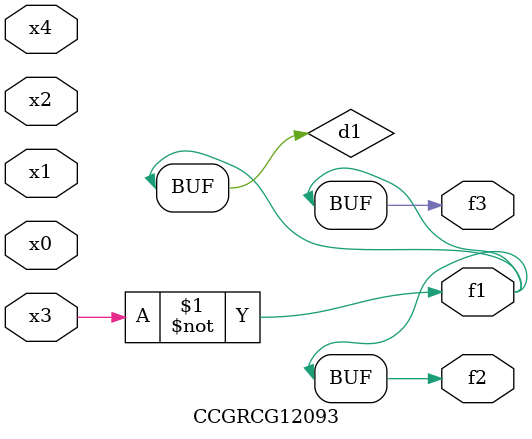
<source format=v>
module CCGRCG12093(
	input x0, x1, x2, x3, x4,
	output f1, f2, f3
);

	wire d1, d2;

	xnor (d1, x3);
	not (d2, x1);
	assign f1 = d1;
	assign f2 = d1;
	assign f3 = d1;
endmodule

</source>
